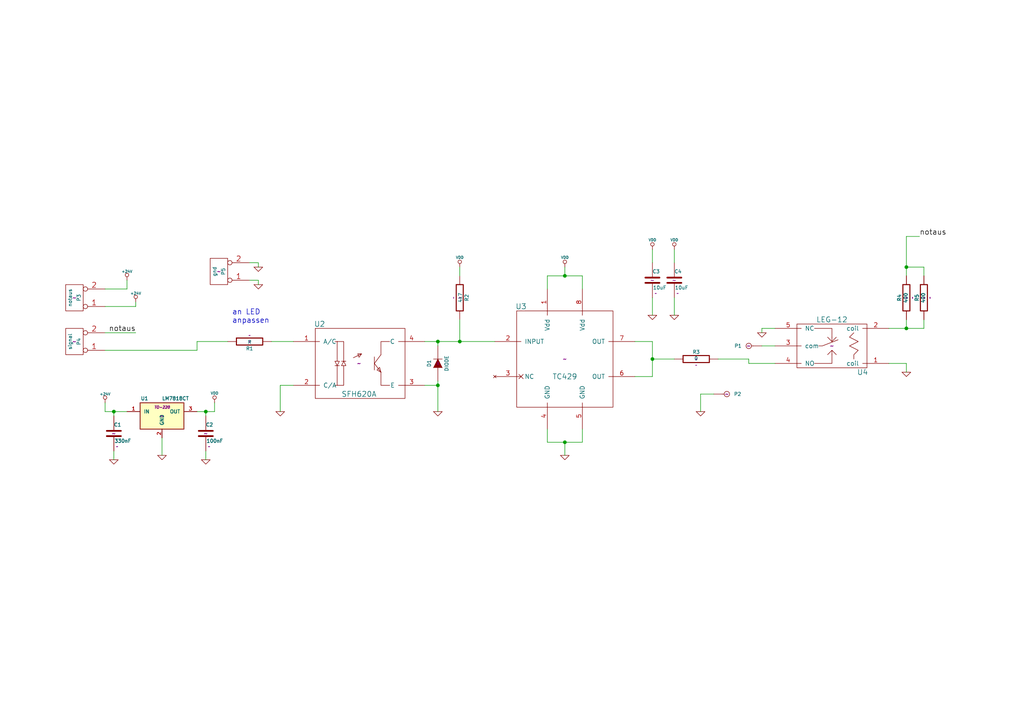
<source format=kicad_sch>
(kicad_sch (version 20231120) (generator "eeschema") (generator_version "8.0")
  (paper "A4")
  (title_block (date "14 may 2015"))
  (lib_symbols
    (symbol "leg-12:LEG-12" (pin_names (offset 1.016))
      (property "Reference" "U" (at -8.89 7.62 0))
      (property "Value" "LEG-12" (at 0 -7.62 0))
      (symbol "LEG-12_0_1"
        (rectangle (start -10.16 6.35) (end 10.16 -6.35))
        (polyline (pts (xy 0 -2.54) (xy 0 -1.27)))
        (polyline (pts (xy 0 -1.27) (xy -1.27 -2.54)))
        (polyline (pts (xy 0 -1.27) (xy 1.27 -2.54)))
        (polyline (pts (xy 0 1.27) (xy -1.27 2.54)))
        (polyline (pts (xy 0 1.27) (xy 1.27 2.54)))
        (polyline (pts (xy 0 2.54) (xy 0 1.27)))
        (polyline (pts (xy 3.81 0) (xy 2.794 0) (xy -1.778 -1.778)))
        (polyline (pts (xy 5.08 -5.08) (xy 0 -5.08) (xy 0 -2.54)))
        (polyline (pts (xy 5.08 5.08) (xy 0 5.08) (xy 0 2.54)))
        (polyline (pts (xy -6.35 3.81) (xy -6.35 2.54) (xy -7.62 1.27) (xy -5.08 0) (xy -7.62 -1.27) (xy -5.08 -2.54) (xy -6.35 -3.81)))
      )
      (symbol "LEG-12_1_1"
        (pin input line (at -16.51 5.08 0) (length 7.62) (name "coil") (number "1"))
        (pin input line (at -16.51 -5.08 0) (length 7.62) (name "coil") (number "2"))
        (pin input line (at 16.51 0 180) (length 7.62) (name "com") (number "3"))
        (pin input line (at 16.51 5.08 180) (length 7.62) (name "NO") (number "4"))
        (pin input line (at 16.51 -5.08 180) (length 7.62) (name "NC") (number "5"))
      )
    )
    (symbol "mcp1407:MCP1407" (pin_names (offset 1.016))
      (property "Reference" "U" (at -12.7 15.24 0))
      (property "Value" "MCP1407" (at 0 -5.08 0))
      (symbol "MCP1407_0_1"
        (rectangle (start -13.97 13.97) (end 13.97 -13.97))
      )
      (symbol "MCP1407_1_1"
        (pin power_in line (at -5.08 20.32 270) (length 7.62) (name "Vdd") (number "1"))
        (pin input line (at -20.32 5.08 0) (length 7.62) (name "INPUT") (number "2"))
        (pin no_connect non_logic (at -20.32 -5.08 0) (length 7.62) (name "NC") (number "3"))
        (pin power_in line (at -5.08 -20.32 90) (length 7.62) (name "GND") (number "4"))
        (pin power_in line (at 5.08 -20.32 90) (length 7.62) (name "GND") (number "5"))
        (pin input line (at 20.32 -5.08 180) (length 7.62) (name "OUT") (number "6"))
        (pin input line (at 20.32 5.08 180) (length 7.62) (name "OUT") (number "7"))
        (pin power_in line (at 5.08 20.32 270) (length 7.62) (name "Vdd") (number "8"))
      )
    )
    (symbol "sfh620a:SFH620A" (pin_names (offset 1.016))
      (property "Reference" "U" (at -11.43 11.43 0))
      (property "Value" "SFH620A" (at 0 -8.89 0))
      (symbol "SFH620A_0_1"
        (rectangle (start -12.7 10.16) (end 13.335 -10.16))
        (polyline (pts (xy -6.985 -0.635) (xy -5.715 -0.635)))
        (polyline (pts (xy -6.35 -6.35) (xy -6.985 -6.35)))
        (polyline (pts (xy -6.35 -6.35) (xy -6.35 -0.635)))
        (polyline (pts (xy -6.35 0.635) (xy -6.35 6.35)))
        (polyline (pts (xy -6.35 6.35) (xy -6.985 6.35)))
        (polyline (pts (xy -5.08 0.635) (xy -3.81 0.635)))
        (polyline (pts (xy 4.445 0) (xy 6.35 -2.54)))
        (polyline (pts (xy 4.445 0) (xy 6.35 2.54)))
        (polyline (pts (xy 4.445 1.905) (xy 4.445 -1.905)))
        (polyline (pts (xy 6.35 2.54) (xy 6.35 2.54)))
        (polyline (pts (xy -6.35 6.35) (xy -4.445 6.35) (xy -4.445 0.635)))
        (polyline (pts (xy -4.445 -0.635) (xy -4.445 -6.35) (xy -6.35 -6.35)))
        (polyline (pts (xy 6.35 -2.54) (xy 6.35 -6.35) (xy 8.89 -6.35)))
        (polyline (pts (xy 6.35 2.54) (xy 6.35 6.35) (xy 8.89 6.35)))
        (polyline (pts (xy -6.985 0.635) (xy -5.715 0.635) (xy -6.35 -0.635) (xy -6.985 0.635)))
        (polyline (pts (xy -5.08 -0.635) (xy -3.81 -0.635) (xy -4.445 0.635) (xy -5.08 -0.635)))
        (polyline (pts (xy 6.35 -2.54) (xy 5.969 -1.143) (xy 5.207 -1.905) (xy 6.35 -2.54)))
        (polyline (pts (xy -1.651 1.651) (xy 0.762 2.794) (xy -0.381 2.794) (xy 0 1.778) (xy 0.762 2.794)))
      )
      (symbol "SFH620A_1_1"
        (pin input line (at -19.05 6.35 0) (length 7.62) (name "A/C") (number "1"))
        (pin input line (at -19.05 -6.35 0) (length 7.62) (name "C/A") (number "2"))
        (pin output line (at 19.05 -6.35 180) (length 7.62) (name "E") (number "3"))
        (pin output line (at 19.05 6.35 180) (length 7.62) (name "C") (number "4"))
      )
    )
    (symbol "treiber-rescue:+24V" (power) (pin_numbers hide) (pin_names (offset 0))
      (property "Value" "+24V" (at 0 2.54 0))
      (symbol "+24V_0_0"
        (pin power_in line (at 0 0 90) (length 0) hide (name "+24V") (number "1"))
      )
      (symbol "+24V_0_1"
        (polyline (pts (xy 0 0) (xy 0 1.016) (xy 0 1.016)))
        (circle (center 0 1.524) (radius 0.508))
      )
    )
    (symbol "treiber-rescue:C" (pin_numbers hide) (pin_names (offset 0.254))
      (property "Reference" "C" (at 0 2.54 0))
      (property "Value" "C" (at 0.1524 -2.159 0))
      (symbol "C_0_1"
        (polyline (pts (xy -2.032 -0.762) (xy 2.032 -0.762)) (stroke (width 0.508)))
        (polyline (pts (xy -2.032 0.762) (xy 2.032 0.762)) (stroke (width 0.508)))
      )
      (symbol "C_1_1"
        (pin passive line (at 0 5.08 270) (length 4.318) (name "~") (number "1"))
        (pin passive line (at 0 -5.08 90) (length 4.318) (name "~") (number "2"))
      )
    )
    (symbol "treiber-rescue:CONN_1" (pin_numbers hide) (pin_names (offset 0.762) hide)
      (property "Reference" "P" (at 2.032 0 0))
      (symbol "CONN_1_0_1"
        (polyline (pts (xy -0.762 0) (xy -1.27 0)))
        (circle (center 0 0) (radius 0.7874))
      )
      (symbol "CONN_1_1_1"
        (pin passive line (at -3.81 0 0) (length 2.54) (name "1") (number "1"))
      )
    )
    (symbol "treiber-rescue:CONN_2" (pin_names (offset 1.016) hide)
      (property "Reference" "P" (at -1.27 0 90))
      (property "Value" "CONN_2" (at 1.27 0 90))
      (symbol "CONN_2_0_1"
        (rectangle (start -2.54 3.81) (end 2.54 -3.81))
      )
      (symbol "CONN_2_1_1"
        (pin passive inverted (at -8.89 2.54 0) (length 6.35) (name "P1") (number "1"))
        (pin passive inverted (at -8.89 -2.54 0) (length 6.35) (name "PM") (number "2"))
      )
    )
    (symbol "treiber-rescue:DIODE" (pin_numbers hide) (pin_names (offset 1.016) hide)
      (property "Reference" "D" (at 0 2.54 0))
      (property "Value" "DIODE" (at 0 -2.54 0))
      (symbol "DIODE_0_1"
        (polyline (pts (xy 1.27 1.27) (xy 1.27 -1.27)) (stroke (width 0.1524)))
        (polyline (pts (xy -1.27 1.27) (xy 1.27 0) (xy -1.27 -1.27)) (fill (type outline)))
      )
      (symbol "DIODE_1_1"
        (pin passive line (at -5.08 0 0) (length 3.81) (name "A") (number "1"))
        (pin passive line (at 5.08 0 180) (length 3.81) (name "K") (number "2"))
      )
    )
    (symbol "treiber-rescue:GND" (power) (pin_names (offset 0))
      (symbol "GND_0_1"
        (polyline (pts (xy -1.27 0) (xy 0 -1.27) (xy 1.27 0) (xy -1.27 0)))
      )
      (symbol "GND_1_1"
        (pin power_in line (at 0 0 90) (length 0) hide (name "GND") (number "1"))
      )
    )
    (symbol "treiber-rescue:LM7818CT" (pin_names (offset 1.016))
      (property "Reference" "U" (at -5.08 5.08 0))
      (property "Value" "LM7818CT" (at 0 5.08 0))
      (property "Footprint" "TO-220" (at 0 2.54 0))
      (symbol "LM7818CT_0_1"
        (rectangle (start -6.35 3.81) (end 6.35 -3.81) (stroke (width 0.254)) (fill (type background)))
      )
      (symbol "LM7818CT_1_1"
        (pin input line (at -10.16 1.27 0) (length 3.81) (name "IN") (number "1"))
        (pin power_in line (at 0 -6.35 90) (length 2.54) (name "GND") (number "2"))
        (pin power_out line (at 10.16 1.27 180) (length 3.81) (name "OUT") (number "3"))
      )
    )
    (symbol "treiber-rescue:R" (pin_numbers hide) (pin_names (offset 0))
      (property "Reference" "R" (at 2.032 0 90))
      (property "Value" "R" (at 0.1778 0.0254 90))
      (symbol "R_0_1"
        (rectangle (start -1.016 3.81) (end 1.016 -3.81) (stroke (width 0.3048)))
      )
      (symbol "R_1_1"
        (pin passive line (at 0 6.35 270) (length 2.54) (name "~") (number "1"))
        (pin passive line (at 0 -6.35 90) (length 2.54) (name "~") (number "2"))
      )
    )
    (symbol "treiber-rescue:VDD" (power) (pin_names (offset 0))
      (property "Value" "VDD" (at 0 2.794 0))
      (symbol "VDD_0_0"
        (pin power_in line (at 0 0 90) (length 0) hide (name "VDD") (number "1"))
      )
      (symbol "VDD_0_1"
        (polyline (pts (xy 0 0) (xy 0 1.016) (xy 0 1.016)))
        (circle (center 0 1.524) (radius 0.508))
      )
    )
  )
  (junction (at 33.02 119.38))
  (junction (at 133.35 99.06))
  (junction (at 163.83 80.01))
  (junction (at 127 99.06))
  (junction (at 262.89 95.25))
  (junction (at 127 111.76))
  (junction (at 262.89 77.47))
  (junction (at 59.69 119.38))
  (junction (at 189.23 104.14))
  (junction (at 163.83 128.27))
  (wire (pts (xy 189.23 99.06) (xy 184.15 99.06)))
  (wire (pts (xy 57.15 99.06) (xy 66.04 99.06)))
  (wire (pts (xy 57.15 119.38) (xy 59.69 119.38)))
  (wire (pts (xy 189.23 76.2) (xy 189.23 72.39)))
  (wire (pts (xy 30.48 116.84) (xy 30.48 119.38)))
  (wire (pts (xy 262.89 95.25) (xy 267.97 95.25)))
  (wire (pts (xy 127 99.06) (xy 127 100.33)))
  (wire (pts (xy 127 99.06) (xy 133.35 99.06)))
  (wire (pts (xy 168.91 128.27) (xy 168.91 124.46)))
  (wire (pts (xy 59.69 119.38) (xy 62.23 119.38)))
  (wire (pts (xy 267.97 95.25) (xy 267.97 92.71)))
  (wire (pts (xy 203.2 114.3) (xy 207.01 114.3)))
  (wire (pts (xy 39.37 96.52) (xy 30.48 96.52)))
  (wire (pts (xy 163.83 128.27) (xy 168.91 128.27)))
  (wire (pts (xy 262.89 95.25) (xy 262.89 92.71)))
  (wire (pts (xy 133.35 80.01) (xy 133.35 77.47)))
  (wire (pts (xy 74.93 76.2) (xy 72.39 76.2)))
  (wire (pts (xy 72.39 81.28) (xy 74.93 81.28)))
  (wire (pts (xy 220.98 95.25) (xy 220.98 96.52)))
  (wire (pts (xy 262.89 68.58) (xy 262.89 77.47)))
  (wire (pts (xy 127 111.76) (xy 127 119.38)))
  (wire (pts (xy 189.23 109.22) (xy 184.15 109.22)))
  (wire (pts (xy 203.2 119.38) (xy 203.2 114.3)))
  (wire (pts (xy 36.83 83.82) (xy 36.83 81.28)))
  (wire (pts (xy 163.83 80.01) (xy 168.91 80.01)))
  (wire (pts (xy 217.17 104.14) (xy 217.17 105.41)))
  (wire (pts (xy 74.93 81.28) (xy 74.93 82.55)))
  (wire (pts (xy 133.35 99.06) (xy 133.35 92.71)))
  (wire (pts (xy 189.23 104.14) (xy 189.23 109.22)))
  (wire (pts (xy 62.23 119.38) (xy 62.23 116.84)))
  (wire (pts (xy 133.35 99.06) (xy 143.51 99.06)))
  (wire (pts (xy 189.23 86.36) (xy 189.23 91.44)))
  (wire (pts (xy 262.89 77.47) (xy 262.89 80.01)))
  (wire (pts (xy 30.48 83.82) (xy 36.83 83.82)))
  (wire (pts (xy 74.93 77.47) (xy 74.93 76.2)))
  (wire (pts (xy 158.75 83.82) (xy 158.75 80.01)))
  (wire (pts (xy 220.98 100.33) (xy 224.79 100.33)))
  (wire (pts (xy 267.97 77.47) (xy 267.97 80.01)))
  (wire (pts (xy 127 110.49) (xy 127 111.76)))
  (wire (pts (xy 257.81 105.41) (xy 262.89 105.41)))
  (wire (pts (xy 262.89 105.41) (xy 262.89 107.95)))
  (wire (pts (xy 224.79 95.25) (xy 220.98 95.25)))
  (wire (pts (xy 158.75 124.46) (xy 158.75 128.27)))
  (wire (pts (xy 168.91 80.01) (xy 168.91 83.82)))
  (wire (pts (xy 257.81 95.25) (xy 262.89 95.25)))
  (wire (pts (xy 123.19 99.06) (xy 127 99.06)))
  (wire (pts (xy 158.75 80.01) (xy 163.83 80.01)))
  (wire (pts (xy 33.02 119.38) (xy 36.83 119.38)))
  (wire (pts (xy 189.23 99.06) (xy 189.23 104.14)))
  (wire (pts (xy 30.48 101.6) (xy 57.15 101.6)))
  (wire (pts (xy 158.75 128.27) (xy 163.83 128.27)))
  (wire (pts (xy 59.69 119.38) (xy 59.69 120.65)))
  (wire (pts (xy 33.02 120.65) (xy 33.02 119.38)))
  (wire (pts (xy 39.37 88.9) (xy 39.37 87.63)))
  (wire (pts (xy 123.19 111.76) (xy 127 111.76)))
  (wire (pts (xy 266.7 68.58) (xy 262.89 68.58)))
  (wire (pts (xy 85.09 111.76) (xy 81.28 111.76)))
  (wire (pts (xy 30.48 119.38) (xy 33.02 119.38)))
  (wire (pts (xy 217.17 105.41) (xy 224.79 105.41)))
  (wire (pts (xy 262.89 77.47) (xy 267.97 77.47)))
  (wire (pts (xy 57.15 101.6) (xy 57.15 99.06)))
  (wire (pts (xy 33.02 133.35) (xy 33.02 130.81)))
  (wire (pts (xy 30.48 88.9) (xy 39.37 88.9)))
  (wire (pts (xy 163.83 128.27) (xy 163.83 132.08)))
  (wire (pts (xy 46.99 127) (xy 46.99 132.08)))
  (wire (pts (xy 195.58 76.2) (xy 195.58 72.39)))
  (wire (pts (xy 208.28 104.14) (xy 217.17 104.14)))
  (wire (pts (xy 78.74 99.06) (xy 85.09 99.06)))
  (wire (pts (xy 81.28 111.76) (xy 81.28 119.38)))
  (wire (pts (xy 195.58 104.14) (xy 189.23 104.14)))
  (wire (pts (xy 195.58 86.36) (xy 195.58 91.44)))
  (wire (pts (xy 59.69 130.81) (xy 59.69 133.35)))
  (wire (pts (xy 163.83 77.47) (xy 163.83 80.01)))
  (text "an LED\nanpassen" (at 67.31 93.98 0) (effects (font (size 1.524 1.524)) (justify left bottom)))
  (label "notaus" (at 266.7 68.58 0) (effects (font (size 1.524 1.524))))
  (label "notaus" (at 39.37 96.52 180) (effects (font (size 1.524 1.524))))
  (symbol (lib_id "mcp1407:MCP1407") (at 163.83 104.14 0) (unit 1)
    (property "Reference" "U3" (at 151.13 88.9 0) (effects (font (size 1.524 1.524))))
    (property "Value" "TC429" (at 163.83 109.22 0) (effects (font (size 1.524 1.524))))
    (property "Footprint" "~" (at 163.83 104.14 0) (effects (font (size 1.524 1.524))))
    (property "Datasheet" "~" (at 163.83 104.14 0) (effects (font (size 1.524 1.524))))
  )
  (symbol (lib_id "sfh620a:SFH620A") (at 104.14 105.41 0) (unit 1)
    (property "Reference" "U2" (at 92.71 93.98 0) (effects (font (size 1.524 1.524))))
    (property "Value" "SFH620A" (at 104.14 114.3 0) (effects (font (size 1.524 1.524))))
    (property "Footprint" "~" (at 104.14 105.41 0) (effects (font (size 1.524 1.524))))
    (property "Datasheet" "~" (at 104.14 105.41 0) (effects (font (size 1.524 1.524))))
  )
  (symbol (lib_name "treiber-rescue:GND") (lib_id "treiber-rescue:GND") (at 203.2 119.38 0) (unit 1)
    (property "Reference" "#PWR01" (effects (hide yes)))
    (property "Value" "GND" (effects (hide yes)))
  )
  (symbol (lib_name "treiber-rescue:GND") (lib_id "treiber-rescue:GND") (at 163.83 132.08 0) (unit 1)
    (property "Reference" "#PWR02" (effects (hide yes)))
    (property "Value" "GND" (effects (hide yes)))
  )
  (symbol (lib_name "treiber-rescue:R") (lib_id "treiber-rescue:R") (at 133.35 86.36 0) (unit 1)
    (property "Reference" "R2" (at 135.382 86.36 90) (effects (font (size 1.016 1.016))))
    (property "Value" "4k7" (at 133.5278 86.3346 90) (effects (font (size 1.016 1.016))))
    (property "Footprint" "~" (at 131.572 86.36 90) (effects (font (size 0.762 0.762))))
    (property "Datasheet" "~" (at 133.35 86.36 0) (effects (font (size 0.762 0.762))))
  )
  (symbol (lib_name "treiber-rescue:GND") (lib_id "treiber-rescue:GND") (at 127 119.38 0) (unit 1)
    (property "Reference" "#PWR03" (effects (hide yes)))
    (property "Value" "GND" (effects (hide yes)))
  )
  (symbol (lib_name "treiber-rescue:GND") (lib_id "treiber-rescue:GND") (at 81.28 119.38 0) (unit 1)
    (property "Reference" "#PWR04" (effects (hide yes)))
    (property "Value" "GND" (effects (hide yes)))
  )
  (symbol (lib_name "treiber-rescue:LM7818CT") (lib_id "treiber-rescue:LM7818CT") (at 46.99 120.65 0) (unit 1)
    (property "Reference" "U1" (at 41.91 115.57 0) (effects (font (size 1.016 1.016))))
    (property "Value" "LM7818CT" (at 46.99 115.57 0) (effects (font (size 1.016 1.016)) (justify left)))
    (property "Footprint" "TO-220" (at 46.99 118.11 0) (effects (font (size 0.762 0.762) (italic yes))))
    (property "Datasheet" "~" (at 46.99 120.65 0) (effects (font (size 1.524 1.524))))
  )
  (symbol (lib_name "treiber-rescue:GND") (lib_id "treiber-rescue:GND") (at 46.99 132.08 0) (unit 1)
    (property "Reference" "#PWR05" (effects (hide yes)))
    (property "Value" "GND" (effects (hide yes)))
  )
  (symbol (lib_name "treiber-rescue:VDD") (lib_id "treiber-rescue:VDD") (at 62.23 116.84 0) (unit 1)
    (property "Reference" "#PWR06" (effects (hide yes)))
    (property "Value" "VDD" (at 62.23 114.046 0) (effects (font (size 0.762 0.762))))
  )
  (symbol (lib_name "treiber-rescue:+24V") (lib_id "treiber-rescue:+24V") (at 30.48 116.84 0) (unit 1)
    (property "Reference" "#PWR07" (effects (hide yes)))
    (property "Value" "+24V" (at 30.48 114.3 0) (effects (font (size 0.762 0.762))))
  )
  (symbol (lib_name "treiber-rescue:+24V") (lib_id "treiber-rescue:+24V") (at 36.83 81.28 0) (unit 1)
    (property "Reference" "#PWR08" (effects (hide yes)))
    (property "Value" "+24V" (at 36.83 78.74 0) (effects (font (size 0.762 0.762))))
  )
  (symbol (lib_name "treiber-rescue:R") (lib_id "treiber-rescue:R") (at 72.39 99.06 270) (unit 1)
    (property "Reference" "R1" (at 72.39 101.092 90) (effects (font (size 1.016 1.016))))
    (property "Value" "R" (at 72.4154 99.2378 90) (effects (font (size 1.016 1.016))))
    (property "Footprint" "~" (at 72.39 97.282 90) (effects (font (size 0.762 0.762))))
    (property "Datasheet" "~" (at 72.39 99.06 0) (effects (font (size 0.762 0.762))))
  )
  (symbol (lib_name "treiber-rescue:VDD") (lib_id "treiber-rescue:VDD") (at 133.35 77.47 0) (unit 1)
    (property "Reference" "#PWR09" (effects (hide yes)))
    (property "Value" "VDD" (at 133.35 74.676 0) (effects (font (size 0.762 0.762))))
  )
  (symbol (lib_name "treiber-rescue:VDD") (lib_id "treiber-rescue:VDD") (at 163.83 77.47 0) (unit 1)
    (property "Reference" "#PWR010" (effects (hide yes)))
    (property "Value" "VDD" (at 163.83 74.676 0) (effects (font (size 0.762 0.762))))
  )
  (symbol (lib_name "treiber-rescue:C") (lib_id "treiber-rescue:C") (at 189.23 81.28 0) (unit 1)
    (property "Reference" "C3" (at 189.23 78.74 0) (effects (font (size 1.016 1.016)) (justify left)))
    (property "Value" "10uF" (at 189.3824 83.439 0) (effects (font (size 1.016 1.016)) (justify left)))
    (property "Footprint" "~" (at 190.1952 85.09 0) (effects (font (size 0.762 0.762))))
    (property "Datasheet" "~" (at 189.23 81.28 0) (effects (font (size 1.524 1.524))))
  )
  (symbol (lib_name "treiber-rescue:VDD") (lib_id "treiber-rescue:VDD") (at 189.23 72.39 0) (unit 1)
    (property "Reference" "#PWR011" (effects (hide yes)))
    (property "Value" "VDD" (at 189.23 69.596 0) (effects (font (size 0.762 0.762))))
  )
  (symbol (lib_name "treiber-rescue:GND") (lib_id "treiber-rescue:GND") (at 189.23 91.44 0) (unit 1)
    (property "Reference" "#PWR012" (effects (hide yes)))
    (property "Value" "GND" (effects (hide yes)))
  )
  (symbol (lib_name "treiber-rescue:C") (lib_id "treiber-rescue:C") (at 195.58 81.28 0) (unit 1)
    (property "Reference" "C4" (at 195.58 78.74 0) (effects (font (size 1.016 1.016)) (justify left)))
    (property "Value" "10uF" (at 195.7324 83.439 0) (effects (font (size 1.016 1.016)) (justify left)))
    (property "Footprint" "~" (at 196.5452 85.09 0) (effects (font (size 0.762 0.762))))
    (property "Datasheet" "~" (at 195.58 81.28 0) (effects (font (size 1.524 1.524))))
  )
  (symbol (lib_name "treiber-rescue:VDD") (lib_id "treiber-rescue:VDD") (at 195.58 72.39 0) (unit 1)
    (property "Reference" "#PWR013" (effects (hide yes)))
    (property "Value" "VDD" (at 195.58 69.596 0) (effects (font (size 0.762 0.762))))
  )
  (symbol (lib_name "treiber-rescue:GND") (lib_id "treiber-rescue:GND") (at 195.58 91.44 0) (unit 1)
    (property "Reference" "#PWR014" (effects (hide yes)))
    (property "Value" "GND" (effects (hide yes)))
  )
  (symbol (lib_name "treiber-rescue:DIODE") (lib_id "treiber-rescue:DIODE") (at 127 105.41 90) (unit 1)
    (property "Reference" "D1" (at 124.46 105.41 0) (effects (font (size 1.016 1.016))))
    (property "Value" "DIODE" (at 129.54 105.41 0) (effects (font (size 1.016 1.016))))
    (property "Footprint" "~" (at 127 105.41 0) (effects (font (size 1.524 1.524))))
    (property "Datasheet" "~" (at 127 105.41 0) (effects (font (size 1.524 1.524))))
  )
  (symbol (lib_name "treiber-rescue:R") (lib_id "treiber-rescue:R") (at 201.93 104.14 90) (unit 1)
    (property "Reference" "R3" (at 201.93 102.108 90) (effects (font (size 1.016 1.016))))
    (property "Value" "0" (at 201.9046 103.9622 90) (effects (font (size 1.016 1.016))))
    (property "Footprint" "~" (at 201.93 105.918 90) (effects (font (size 0.762 0.762))))
    (property "Datasheet" "~" (at 201.93 104.14 0) (effects (font (size 0.762 0.762))))
  )
  (symbol (lib_name "treiber-rescue:C") (lib_id "treiber-rescue:C") (at 33.02 125.73 0) (unit 1)
    (property "Reference" "C1" (at 33.02 123.19 0) (effects (font (size 1.016 1.016)) (justify left)))
    (property "Value" "330nF" (at 33.1724 127.889 0) (effects (font (size 1.016 1.016)) (justify left)))
    (property "Footprint" "~" (at 33.9852 129.54 0) (effects (font (size 0.762 0.762))))
    (property "Datasheet" "~" (at 33.02 125.73 0) (effects (font (size 1.524 1.524))))
  )
  (symbol (lib_name "treiber-rescue:C") (lib_id "treiber-rescue:C") (at 59.69 125.73 0) (unit 1)
    (property "Reference" "C2" (at 59.69 123.19 0) (effects (font (size 1.016 1.016)) (justify left)))
    (property "Value" "100nF" (at 59.8424 127.889 0) (effects (font (size 1.016 1.016)) (justify left)))
    (property "Footprint" "~" (at 60.6552 129.54 0) (effects (font (size 0.762 0.762))))
    (property "Datasheet" "~" (at 59.69 125.73 0) (effects (font (size 1.524 1.524))))
  )
  (symbol (lib_name "treiber-rescue:GND") (lib_id "treiber-rescue:GND") (at 33.02 133.35 0) (unit 1)
    (property "Reference" "#PWR015" (effects (hide yes)))
    (property "Value" "GND" (effects (hide yes)))
  )
  (symbol (lib_name "treiber-rescue:GND") (lib_id "treiber-rescue:GND") (at 59.69 133.35 0) (unit 1)
    (property "Reference" "#PWR016" (effects (hide yes)))
    (property "Value" "GND" (effects (hide yes)))
  )
  (symbol (lib_name "treiber-rescue:CONN_1") (lib_id "treiber-rescue:CONN_1") (at 217.17 100.33 180) (unit 1)
    (property "Reference" "P1" (at 215.138 100.33 0) (effects (font (size 1.016 1.016)) (justify left)))
    (property "Value" "Gate" (effects (hide yes)))
    (property "Footprint" "~" (at 217.17 100.33 0) (effects (font (size 1.524 1.524))))
    (property "Datasheet" "~" (at 217.17 100.33 0) (effects (font (size 1.524 1.524))))
  )
  (symbol (lib_name "treiber-rescue:CONN_1") (lib_id "treiber-rescue:CONN_1") (at 210.82 114.3 0) (unit 1)
    (property "Reference" "P2" (at 212.852 114.3 0) (effects (font (size 1.016 1.016)) (justify left)))
    (property "Value" "Emmitter" (effects (hide yes)))
    (property "Footprint" "~" (at 210.82 114.3 0) (effects (font (size 1.524 1.524))))
    (property "Datasheet" "~" (at 210.82 114.3 0) (effects (font (size 1.524 1.524))))
  )
  (symbol (lib_id "leg-12:LEG-12") (at 241.3 100.33 180) (unit 1)
    (property "Reference" "U4" (at 250.19 107.95 0) (effects (font (size 1.524 1.524))))
    (property "Value" "LEG-12" (at 241.3 92.71 0) (effects (font (size 1.524 1.524))))
    (property "Footprint" "~" (at 241.3 100.33 0) (effects (font (size 1.524 1.524))))
    (property "Datasheet" "~" (at 241.3 100.33 0) (effects (font (size 1.524 1.524))))
  )
  (symbol (lib_name "treiber-rescue:R") (lib_id "treiber-rescue:R") (at 262.89 86.36 180) (unit 1)
    (property "Reference" "R4" (at 260.858 86.36 90) (effects (font (size 1.016 1.016))))
    (property "Value" "400" (at 262.7122 86.3854 90) (effects (font (size 1.016 1.016))))
    (property "Footprint" "~" (at 264.668 86.36 90) (effects (font (size 0.762 0.762))))
    (property "Datasheet" "~" (at 262.89 86.36 0) (effects (font (size 0.762 0.762))))
  )
  (symbol (lib_name "treiber-rescue:GND") (lib_id "treiber-rescue:GND") (at 262.89 107.95 0) (unit 1)
    (property "Reference" "#PWR017" (effects (hide yes)))
    (property "Value" "GND" (effects (hide yes)))
  )
  (symbol (lib_name "treiber-rescue:GND") (lib_id "treiber-rescue:GND") (at 220.98 96.52 0) (unit 1)
    (property "Reference" "#PWR018" (effects (hide yes)))
    (property "Value" "GND" (effects (hide yes)))
  )
  (symbol (lib_name "treiber-rescue:R") (lib_id "treiber-rescue:R") (at 267.97 86.36 180) (unit 1)
    (property "Reference" "R5" (at 265.938 86.36 90) (effects (font (size 1.016 1.016))))
    (property "Value" "400" (at 267.7922 86.3854 90) (effects (font (size 1.016 1.016))))
    (property "Footprint" "~" (at 269.748 86.36 90) (effects (font (size 0.762 0.762))))
    (property "Datasheet" "~" (at 267.97 86.36 0) (effects (font (size 0.762 0.762))))
  )
  (symbol (lib_name "treiber-rescue:CONN_2") (lib_id "treiber-rescue:CONN_2") (at 21.59 86.36 180) (unit 1)
    (property "Reference" "P3" (at 22.86 86.36 90) (effects (font (size 1.016 1.016))))
    (property "Value" "notaus" (at 20.32 86.36 90) (effects (font (size 1.016 1.016))))
    (property "Footprint" "~" (at 21.59 86.36 0) (effects (font (size 1.524 1.524))))
    (property "Datasheet" "~" (at 21.59 86.36 0) (effects (font (size 1.524 1.524))))
  )
  (symbol (lib_name "treiber-rescue:CONN_2") (lib_id "treiber-rescue:CONN_2") (at 21.59 99.06 180) (unit 1)
    (property "Reference" "P4" (at 22.86 99.06 90) (effects (font (size 1.016 1.016))))
    (property "Value" "signal" (at 20.32 99.06 90) (effects (font (size 1.016 1.016))))
    (property "Footprint" "~" (at 21.59 99.06 0) (effects (font (size 1.524 1.524))))
    (property "Datasheet" "~" (at 21.59 99.06 0) (effects (font (size 1.524 1.524))))
  )
  (symbol (lib_name "treiber-rescue:+24V") (lib_id "treiber-rescue:+24V") (at 39.37 87.63 0) (unit 1)
    (property "Reference" "#PWR019" (effects (hide yes)))
    (property "Value" "+24V" (at 39.37 85.09 0) (effects (font (size 0.762 0.762))))
  )
  (symbol (lib_name "treiber-rescue:CONN_2") (lib_id "treiber-rescue:CONN_2") (at 63.5 78.74 180) (unit 1)
    (property "Reference" "P5" (at 64.77 78.74 90) (effects (font (size 1.016 1.016))))
    (property "Value" "gnd" (at 62.23 78.74 90) (effects (font (size 1.016 1.016))))
    (property "Footprint" "~" (at 63.5 78.74 0) (effects (font (size 1.524 1.524))))
    (property "Datasheet" "~" (at 63.5 78.74 0) (effects (font (size 1.524 1.524))))
  )
  (symbol (lib_name "treiber-rescue:GND") (lib_id "treiber-rescue:GND") (at 74.93 77.47 0) (unit 1)
    (property "Reference" "#PWR020" (effects (hide yes)))
    (property "Value" "GND" (effects (hide yes)))
  )
  (symbol (lib_name "treiber-rescue:GND") (lib_id "treiber-rescue:GND") (at 74.93 82.55 0) (unit 1)
    (property "Reference" "#PWR021" (effects (hide yes)))
    (property "Value" "GND" (effects (hide yes)))
  )
)
</source>
